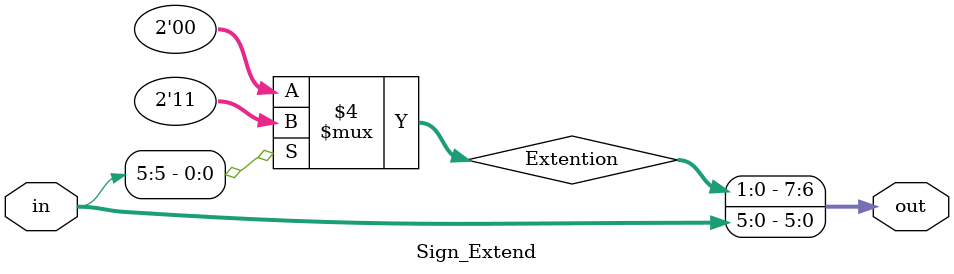
<source format=v>

module Sign_Extend(
  input [5:0] in,
  output [7:0] out);
  reg [1:0] Extention;
  
  assign out = {Extention,in};
  
  always@(*)
  begin
    if(in[5] == 0)
      Extention = 2'b00;
    else
      Extention = 2'b11;
  end
endmodule
      

</source>
